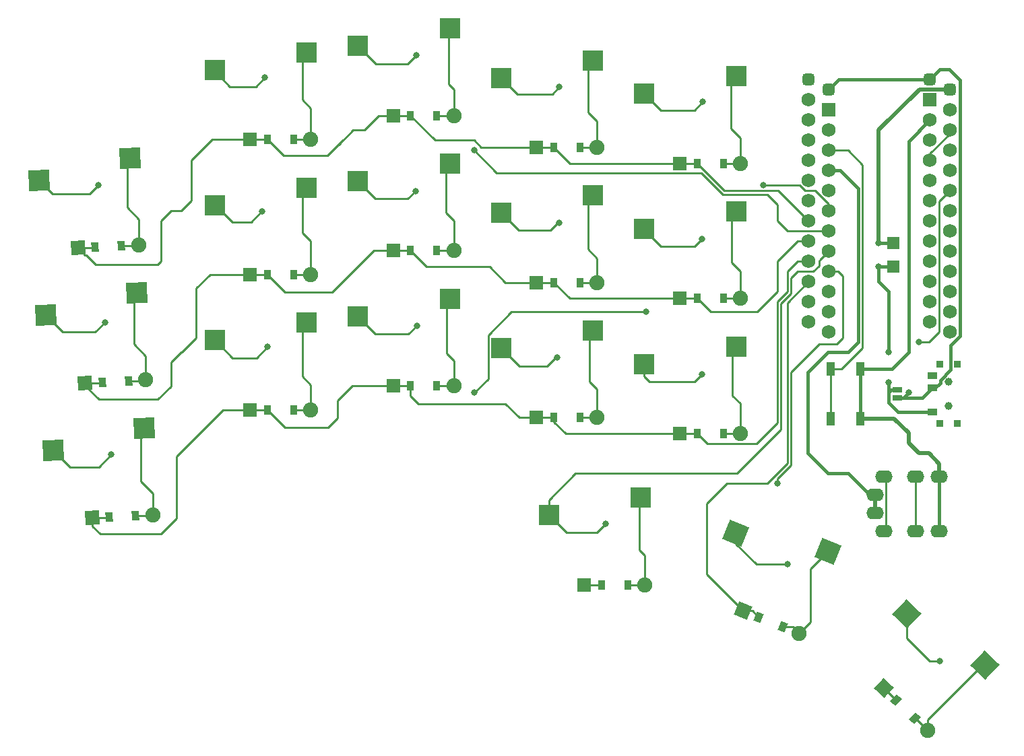
<source format=gbr>
%TF.GenerationSoftware,KiCad,Pcbnew,(6.0.4-0)*%
%TF.CreationDate,2022-05-03T20:10:54+08:00*%
%TF.ProjectId,board,626f6172-642e-46b6-9963-61645f706362,v1.0.0*%
%TF.SameCoordinates,Original*%
%TF.FileFunction,Copper,L1,Top*%
%TF.FilePolarity,Positive*%
%FSLAX46Y46*%
G04 Gerber Fmt 4.6, Leading zero omitted, Abs format (unit mm)*
G04 Created by KiCad (PCBNEW (6.0.4-0)) date 2022-05-03 20:10:54*
%MOMM*%
%LPD*%
G01*
G04 APERTURE LIST*
G04 Aperture macros list*
%AMRoundRect*
0 Rectangle with rounded corners*
0 $1 Rounding radius*
0 $2 $3 $4 $5 $6 $7 $8 $9 X,Y pos of 4 corners*
0 Add a 4 corners polygon primitive as box body*
4,1,4,$2,$3,$4,$5,$6,$7,$8,$9,$2,$3,0*
0 Add four circle primitives for the rounded corners*
1,1,$1+$1,$2,$3*
1,1,$1+$1,$4,$5*
1,1,$1+$1,$6,$7*
1,1,$1+$1,$8,$9*
0 Add four rect primitives between the rounded corners*
20,1,$1+$1,$2,$3,$4,$5,0*
20,1,$1+$1,$4,$5,$6,$7,0*
20,1,$1+$1,$6,$7,$8,$9,0*
20,1,$1+$1,$8,$9,$2,$3,0*%
%AMRotRect*
0 Rectangle, with rotation*
0 The origin of the aperture is its center*
0 $1 length*
0 $2 width*
0 $3 Rotation angle, in degrees counterclockwise*
0 Add horizontal line*
21,1,$1,$2,0,0,$3*%
G04 Aperture macros list end*
%TA.AperFunction,SMDPad,CuDef*%
%ADD10R,0.900000X0.900000*%
%TD*%
%TA.AperFunction,WasherPad*%
%ADD11C,1.000000*%
%TD*%
%TA.AperFunction,SMDPad,CuDef*%
%ADD12R,1.250000X0.900000*%
%TD*%
%TA.AperFunction,SMDPad,CuDef*%
%ADD13R,1.100000X1.800000*%
%TD*%
%TA.AperFunction,ComponentPad*%
%ADD14C,1.905000*%
%TD*%
%TA.AperFunction,SMDPad,CuDef*%
%ADD15R,0.900000X1.200000*%
%TD*%
%TA.AperFunction,ComponentPad*%
%ADD16R,1.778000X1.778000*%
%TD*%
%TA.AperFunction,SMDPad,CuDef*%
%ADD17RotRect,0.900000X1.200000X338.000000*%
%TD*%
%TA.AperFunction,ComponentPad*%
%ADD18RotRect,1.778000X1.778000X338.000000*%
%TD*%
%TA.AperFunction,SMDPad,CuDef*%
%ADD19RotRect,2.600000X2.600000X3.000000*%
%TD*%
%TA.AperFunction,SMDPad,CuDef*%
%ADD20R,1.500000X1.500000*%
%TD*%
%TA.AperFunction,SMDPad,CuDef*%
%ADD21R,2.600000X2.600000*%
%TD*%
%TA.AperFunction,SMDPad,CuDef*%
%ADD22R,1.143000X0.635000*%
%TD*%
%TA.AperFunction,SMDPad,CuDef*%
%ADD23RotRect,0.900000X1.200000X316.000000*%
%TD*%
%TA.AperFunction,ComponentPad*%
%ADD24RotRect,1.778000X1.778000X316.000000*%
%TD*%
%TA.AperFunction,ComponentPad*%
%ADD25R,1.752600X1.752600*%
%TD*%
%TA.AperFunction,ComponentPad*%
%ADD26C,1.752600*%
%TD*%
%TA.AperFunction,ComponentPad*%
%ADD27RoundRect,0.375000X-0.375000X-0.375000X0.375000X-0.375000X0.375000X0.375000X-0.375000X0.375000X0*%
%TD*%
%TA.AperFunction,SMDPad,CuDef*%
%ADD28RotRect,0.900000X1.200000X3.000000*%
%TD*%
%TA.AperFunction,ComponentPad*%
%ADD29RotRect,1.778000X1.778000X3.000000*%
%TD*%
%TA.AperFunction,ComponentPad*%
%ADD30O,2.200000X1.600000*%
%TD*%
%TA.AperFunction,SMDPad,CuDef*%
%ADD31RotRect,2.600000X2.600000X338.000000*%
%TD*%
%TA.AperFunction,SMDPad,CuDef*%
%ADD32RotRect,2.600000X2.600000X316.000000*%
%TD*%
%TA.AperFunction,ViaPad*%
%ADD33C,0.800000*%
%TD*%
%TA.AperFunction,Conductor*%
%ADD34C,0.250000*%
%TD*%
%TA.AperFunction,Conductor*%
%ADD35C,0.500000*%
%TD*%
%TA.AperFunction,Conductor*%
%ADD36C,0.400000*%
%TD*%
G04 APERTURE END LIST*
D10*
%TO.P,T1,*%
%TO.N,*%
X142370000Y-76230000D03*
X144570000Y-76230000D03*
X142370000Y-68830000D03*
X144570000Y-68830000D03*
D11*
X143470000Y-71030000D03*
X143470000Y-74030000D03*
D12*
%TO.P,T1,1*%
%TO.N,Braw*%
X141395000Y-74780000D03*
%TO.P,T1,2*%
%TO.N,Bplus*%
X141395000Y-71780000D03*
%TO.P,T1,3*%
%TO.N,N/C*%
X141395000Y-70280000D03*
%TD*%
D13*
%TO.P,B1,1*%
%TO.N,GND*%
X132320000Y-69430000D03*
X132320000Y-75630000D03*
%TO.P,B1,2*%
%TO.N,RST*%
X128620000Y-69430000D03*
X128620000Y-75630000D03*
%TD*%
D14*
%TO.P,D14,1*%
%TO.N,inner_home*%
X117280000Y-60530000D03*
D15*
%TO.N,P5*%
X111820000Y-60530000D03*
D16*
%TO.P,D14,2*%
X109660000Y-60530000D03*
D15*
%TO.N,inner_home*%
X115120000Y-60530000D03*
%TD*%
D14*
%TO.P,D17,1*%
%TO.N,home_thumb*%
X124645407Y-102650143D03*
D17*
%TO.N,P7*%
X119582984Y-100604791D03*
%TO.P,D17,2*%
%TO.N,home_thumb*%
X122642690Y-101840993D03*
D18*
%TO.N,P7*%
X117580267Y-99795641D03*
%TD*%
D14*
%TO.P,D15,1*%
%TO.N,inner_top*%
X117280000Y-43530000D03*
D15*
%TO.N,P4*%
X111820000Y-43530000D03*
%TO.P,D15,2*%
%TO.N,inner_top*%
X115120000Y-43530000D03*
D16*
%TO.N,P4*%
X109660000Y-43530000D03*
%TD*%
D19*
%TO.P,S1,1*%
%TO.N,pinky_bottom*%
X42329113Y-76833197D03*
%TO.P,S1,2*%
%TO.N,P20*%
X30910081Y-79634662D03*
%TD*%
D20*
%TO.P,PAD1,1*%
%TO.N,Braw*%
X136470000Y-56530000D03*
%TD*%
D21*
%TO.P,S11,1*%
%TO.N,index_home*%
X98745000Y-47580000D03*
%TO.P,S11,2*%
%TO.N,P15*%
X87195000Y-49780000D03*
%TD*%
D22*
%TO.P,J2,1*%
%TO.N,Braw*%
X136970000Y-72029620D03*
%TO.P,J2,2*%
%TO.N,Bplus*%
X136970000Y-73030380D03*
%TD*%
D23*
%TO.P,D18,1*%
%TO.N,P7*%
X136848108Y-111066099D03*
D14*
%TO.N,far_thumb*%
X140775704Y-114858933D03*
D23*
%TO.P,D18,2*%
X139221930Y-113358471D03*
D24*
%TO.N,P7*%
X135294334Y-109565637D03*
%TD*%
D21*
%TO.P,S7,1*%
%TO.N,middle_bottom*%
X80745000Y-60580000D03*
%TO.P,S7,2*%
%TO.N,P18*%
X69195000Y-62780000D03*
%TD*%
%TO.P,S13,1*%
%TO.N,inner_bottom*%
X116745000Y-66580000D03*
%TO.P,S13,2*%
%TO.N,P14*%
X105195000Y-68780000D03*
%TD*%
D25*
%TO.P,MCU2,1*%
%TO.N,RAW*%
X128350000Y-36810000D03*
D26*
%TO.P,MCU2,2*%
%TO.N,GND*%
X128350000Y-39350000D03*
%TO.P,MCU2,3*%
%TO.N,RST*%
X128350000Y-41890000D03*
%TO.P,MCU2,4*%
%TO.N,VCC*%
X128350000Y-44430000D03*
%TO.P,MCU2,5*%
%TO.N,P21*%
X128350000Y-46970000D03*
%TO.P,MCU2,6*%
%TO.N,P20*%
X128350000Y-49510000D03*
%TO.P,MCU2,7*%
%TO.N,P19*%
X128350000Y-52050000D03*
%TO.P,MCU2,8*%
%TO.N,P18*%
X128350000Y-54590000D03*
%TO.P,MCU2,9*%
%TO.N,P15*%
X128350000Y-57130000D03*
%TO.P,MCU2,10*%
%TO.N,P14*%
X128350000Y-59670000D03*
%TO.P,MCU2,11*%
%TO.N,P16*%
X128350000Y-62210000D03*
%TO.P,MCU2,12*%
%TO.N,P10*%
X128350000Y-64750000D03*
%TO.P,MCU2,13*%
%TO.N,P1*%
X143590000Y-36810000D03*
%TO.P,MCU2,14*%
%TO.N,VCC*%
X143590000Y-39350000D03*
%TO.P,MCU2,15*%
%TO.N,GND*%
X143590000Y-41890000D03*
%TO.P,MCU2,16*%
X143590000Y-44430000D03*
%TO.P,MCU2,17*%
%TO.N,P2*%
X143590000Y-46970000D03*
%TO.P,MCU2,18*%
%TO.N,P3*%
X143590000Y-49510000D03*
%TO.P,MCU2,19*%
%TO.N,P4*%
X143590000Y-52050000D03*
%TO.P,MCU2,20*%
%TO.N,P5*%
X143590000Y-54590000D03*
%TO.P,MCU2,21*%
%TO.N,P6*%
X143590000Y-57130000D03*
%TO.P,MCU2,22*%
%TO.N,P7*%
X143590000Y-59670000D03*
%TO.P,MCU2,23*%
%TO.N,P8*%
X143590000Y-62210000D03*
%TO.P,MCU2,24*%
%TO.N,P9*%
X143590000Y-64750000D03*
D27*
%TO.P,MCU2,25*%
%TO.N,Bminus*%
X143590000Y-34270000D03*
%TO.N,Bplus*%
X128350000Y-34270000D03*
%TD*%
D28*
%TO.P,D1,1*%
%TO.N,P6*%
X37980615Y-88025945D03*
D14*
%TO.N,pinky_bottom*%
X43433133Y-87740191D03*
D29*
%TO.P,D1,2*%
%TO.N,P6*%
X35823575Y-88138991D03*
D28*
%TO.N,pinky_bottom*%
X41276093Y-87853237D03*
%TD*%
D21*
%TO.P,S8,1*%
%TO.N,middle_home*%
X80745000Y-43580000D03*
%TO.P,S8,2*%
%TO.N,P18*%
X69195000Y-45780000D03*
%TD*%
%TO.P,S10,1*%
%TO.N,index_bottom*%
X98745000Y-64580000D03*
%TO.P,S10,2*%
%TO.N,P15*%
X87195000Y-66780000D03*
%TD*%
D14*
%TO.P,D16,1*%
%TO.N,near_thumb*%
X105280000Y-96530000D03*
D15*
%TO.N,P7*%
X99820000Y-96530000D03*
%TO.P,D16,2*%
%TO.N,near_thumb*%
X103120000Y-96530000D03*
D16*
%TO.N,P7*%
X97660000Y-96530000D03*
%TD*%
D21*
%TO.P,S6,1*%
%TO.N,ring_top*%
X62745000Y-29580000D03*
%TO.P,S6,2*%
%TO.N,P19*%
X51195000Y-31780000D03*
%TD*%
D28*
%TO.P,D3,1*%
%TO.N,P4*%
X36201192Y-54072540D03*
D14*
%TO.N,pinky_top*%
X41653710Y-53786786D03*
D28*
%TO.P,D3,2*%
X39496670Y-53899832D03*
D29*
%TO.N,P4*%
X34044152Y-54185586D03*
%TD*%
D21*
%TO.P,S9,1*%
%TO.N,middle_top*%
X80745000Y-26580000D03*
%TO.P,S9,2*%
%TO.N,P18*%
X69195000Y-28780000D03*
%TD*%
%TO.P,S15,1*%
%TO.N,inner_top*%
X116745000Y-32580000D03*
%TO.P,S15,2*%
%TO.N,P14*%
X105195000Y-34780000D03*
%TD*%
D14*
%TO.P,D6,1*%
%TO.N,ring_top*%
X63280000Y-40530000D03*
D15*
%TO.N,P4*%
X57820000Y-40530000D03*
%TO.P,D6,2*%
%TO.N,ring_top*%
X61120000Y-40530000D03*
D16*
%TO.N,P4*%
X55660000Y-40530000D03*
%TD*%
D21*
%TO.P,S5,1*%
%TO.N,ring_home*%
X62745000Y-46580000D03*
%TO.P,S5,2*%
%TO.N,P19*%
X51195000Y-48780000D03*
%TD*%
D15*
%TO.P,D9,1*%
%TO.N,P4*%
X75820000Y-37530000D03*
D14*
%TO.N,middle_top*%
X81280000Y-37530000D03*
D16*
%TO.P,D9,2*%
%TO.N,P4*%
X73660000Y-37530000D03*
D15*
%TO.N,middle_top*%
X79120000Y-37530000D03*
%TD*%
D14*
%TO.P,D2,1*%
%TO.N,pinky_home*%
X42543422Y-70763489D03*
D28*
%TO.N,P5*%
X37090904Y-71049243D03*
%TO.P,D2,2*%
%TO.N,pinky_home*%
X40386382Y-70876535D03*
D29*
%TO.N,P5*%
X34933864Y-71162289D03*
%TD*%
D27*
%TO.P,MCU1,25*%
%TO.N,Bplus*%
X141090000Y-33020000D03*
%TO.N,Bminus*%
X125850000Y-33020000D03*
D26*
%TO.P,MCU1,24*%
%TO.N,P9*%
X125850000Y-63500000D03*
%TO.P,MCU1,23*%
%TO.N,P8*%
X125850000Y-60960000D03*
%TO.P,MCU1,22*%
%TO.N,P7*%
X125850000Y-58420000D03*
%TO.P,MCU1,21*%
%TO.N,P6*%
X125850000Y-55880000D03*
%TO.P,MCU1,20*%
%TO.N,P5*%
X125850000Y-53340000D03*
%TO.P,MCU1,19*%
%TO.N,P4*%
X125850000Y-50800000D03*
%TO.P,MCU1,18*%
%TO.N,P3*%
X125850000Y-48260000D03*
%TO.P,MCU1,17*%
%TO.N,P2*%
X125850000Y-45720000D03*
%TO.P,MCU1,16*%
%TO.N,GND*%
X125850000Y-43180000D03*
%TO.P,MCU1,15*%
X125850000Y-40640000D03*
%TO.P,MCU1,14*%
X125850000Y-38100000D03*
%TO.P,MCU1,13*%
%TO.N,P1*%
X125850000Y-35560000D03*
%TO.P,MCU1,12*%
%TO.N,P10*%
X141090000Y-63500000D03*
%TO.P,MCU1,11*%
%TO.N,P16*%
X141090000Y-60960000D03*
%TO.P,MCU1,10*%
%TO.N,P14*%
X141090000Y-58420000D03*
%TO.P,MCU1,9*%
%TO.N,P15*%
X141090000Y-55880000D03*
%TO.P,MCU1,8*%
%TO.N,P18*%
X141090000Y-53340000D03*
%TO.P,MCU1,7*%
%TO.N,P19*%
X141090000Y-50800000D03*
%TO.P,MCU1,6*%
%TO.N,P20*%
X141090000Y-48260000D03*
%TO.P,MCU1,5*%
%TO.N,P21*%
X141090000Y-45720000D03*
%TO.P,MCU1,4*%
%TO.N,VCC*%
X141090000Y-43180000D03*
%TO.P,MCU1,3*%
%TO.N,RST*%
X141090000Y-40640000D03*
%TO.P,MCU1,2*%
%TO.N,GND*%
X141090000Y-38100000D03*
D25*
%TO.P,MCU1,1*%
%TO.N,RAW*%
X141090000Y-35560000D03*
%TD*%
D19*
%TO.P,S2,1*%
%TO.N,pinky_home*%
X41436076Y-59856495D03*
%TO.P,S2,2*%
%TO.N,P20*%
X30017044Y-62657960D03*
%TD*%
D30*
%TO.P,TRRS1,1*%
%TO.N,VCC*%
X134170000Y-87530000D03*
X134170000Y-85230000D03*
%TO.P,TRRS1,2*%
%TO.N,P2*%
X135270000Y-82930000D03*
X135270000Y-89830000D03*
%TO.P,TRRS1,3*%
%TO.N,P3*%
X139270000Y-89830000D03*
X139270000Y-82930000D03*
%TO.P,TRRS1,4*%
%TO.N,GND*%
X142270000Y-89830000D03*
X142270000Y-82930000D03*
%TD*%
D11*
%TO.P,T2,*%
%TO.N,*%
X143470000Y-74030000D03*
X143470000Y-71030000D03*
%TD*%
D21*
%TO.P,S16,1*%
%TO.N,near_thumb*%
X104745000Y-85580000D03*
%TO.P,S16,2*%
%TO.N,P18*%
X93195000Y-87780000D03*
%TD*%
D19*
%TO.P,S3,1*%
%TO.N,pinky_top*%
X40546365Y-42879793D03*
%TO.P,S3,2*%
%TO.N,P20*%
X29127333Y-45681258D03*
%TD*%
D31*
%TO.P,S17,1*%
%TO.N,home_thumb*%
X128251306Y-92297066D03*
%TO.P,S17,2*%
%TO.N,P15*%
X116718198Y-90010164D03*
%TD*%
D15*
%TO.P,D12,1*%
%TO.N,P4*%
X93820000Y-41530000D03*
D14*
%TO.N,index_top*%
X99280000Y-41530000D03*
D16*
%TO.P,D12,2*%
%TO.N,P4*%
X91660000Y-41530000D03*
D15*
%TO.N,index_top*%
X97120000Y-41530000D03*
%TD*%
%TO.P,D8,1*%
%TO.N,P5*%
X75820000Y-54530000D03*
D14*
%TO.N,middle_home*%
X81280000Y-54530000D03*
D16*
%TO.P,D8,2*%
%TO.N,P5*%
X73660000Y-54530000D03*
D15*
%TO.N,middle_home*%
X79120000Y-54530000D03*
%TD*%
%TO.P,D13,1*%
%TO.N,P6*%
X111820000Y-77530000D03*
D14*
%TO.N,inner_bottom*%
X117280000Y-77530000D03*
D16*
%TO.P,D13,2*%
%TO.N,P6*%
X109660000Y-77530000D03*
D15*
%TO.N,inner_bottom*%
X115120000Y-77530000D03*
%TD*%
D21*
%TO.P,S4,1*%
%TO.N,ring_bottom*%
X62745000Y-63580000D03*
%TO.P,S4,2*%
%TO.N,P19*%
X51195000Y-65780000D03*
%TD*%
D15*
%TO.P,D10,1*%
%TO.N,P6*%
X93820000Y-75530000D03*
D14*
%TO.N,index_bottom*%
X99280000Y-75530000D03*
D15*
%TO.P,D10,2*%
X97120000Y-75530000D03*
D16*
%TO.N,P6*%
X91660000Y-75530000D03*
%TD*%
D15*
%TO.P,D5,1*%
%TO.N,P5*%
X57820000Y-57530000D03*
D14*
%TO.N,ring_home*%
X63280000Y-57530000D03*
D16*
%TO.P,D5,2*%
%TO.N,P5*%
X55660000Y-57530000D03*
D15*
%TO.N,ring_home*%
X61120000Y-57530000D03*
%TD*%
%TO.P,D7,1*%
%TO.N,P6*%
X75820000Y-71530000D03*
D14*
%TO.N,middle_bottom*%
X81280000Y-71530000D03*
D16*
%TO.P,D7,2*%
%TO.N,P6*%
X73660000Y-71530000D03*
D15*
%TO.N,middle_bottom*%
X79120000Y-71530000D03*
%TD*%
D21*
%TO.P,S14,1*%
%TO.N,inner_home*%
X116745000Y-49580000D03*
%TO.P,S14,2*%
%TO.N,P14*%
X105195000Y-51780000D03*
%TD*%
D15*
%TO.P,D11,1*%
%TO.N,P5*%
X93820000Y-58530000D03*
D14*
%TO.N,index_home*%
X99280000Y-58530000D03*
D16*
%TO.P,D11,2*%
%TO.N,P5*%
X91660000Y-58530000D03*
D15*
%TO.N,index_home*%
X97120000Y-58530000D03*
%TD*%
D32*
%TO.P,S18,1*%
%TO.N,far_thumb*%
X147997366Y-106610520D03*
%TO.P,S18,2*%
%TO.N,P14*%
X138160743Y-100169764D03*
%TD*%
D20*
%TO.P,PAD2,1*%
%TO.N,Bminus*%
X136470000Y-53530000D03*
%TD*%
D21*
%TO.P,S12,1*%
%TO.N,index_top*%
X98745000Y-30580000D03*
%TO.P,S12,2*%
%TO.N,P15*%
X87195000Y-32780000D03*
%TD*%
D14*
%TO.P,D4,1*%
%TO.N,ring_bottom*%
X63280000Y-74530000D03*
D15*
%TO.N,P6*%
X57820000Y-74530000D03*
%TO.P,D4,2*%
%TO.N,ring_bottom*%
X61120000Y-74530000D03*
D16*
%TO.N,P6*%
X55660000Y-74530000D03*
%TD*%
D33*
%TO.N,P20*%
X38220967Y-80147570D03*
X37439704Y-63514213D03*
X120185273Y-46265500D03*
X105410000Y-62230000D03*
X36573179Y-46311134D03*
X83820000Y-72390000D03*
%TO.N,P19*%
X57490079Y-32706238D03*
X57198805Y-49570969D03*
X83820000Y-41910000D03*
X57862180Y-66609162D03*
%TO.N,P18*%
X76539361Y-29968268D03*
X76433349Y-47050229D03*
X76591480Y-63943568D03*
X100330000Y-88900000D03*
%TO.N,P15*%
X94255877Y-67943595D03*
X123190000Y-93980000D03*
X94471973Y-51016095D03*
X94510931Y-33958714D03*
X121920000Y-83820000D03*
%TO.N,P14*%
X142353733Y-106165158D03*
X112547071Y-35810884D03*
X112424247Y-53037123D03*
X112453913Y-70049619D03*
%TO.N,P2*%
X139700000Y-66040000D03*
%TO.N,Bplus*%
X138430000Y-72390000D03*
%TO.N,Bminus*%
X134620000Y-53532601D03*
%TO.N,Braw*%
X135890000Y-67310000D03*
X134593053Y-56526721D03*
X135890000Y-71120000D03*
%TD*%
D34*
%TO.N,VCC*%
X143590000Y-39350000D02*
X143590000Y-39838204D01*
X143590000Y-39838204D02*
X141090000Y-42338204D01*
X141090000Y-42338204D02*
X141090000Y-43180000D01*
D35*
%TO.N,GND*%
X139700000Y-80010000D02*
X140970000Y-80010000D01*
X138430000Y-77470000D02*
X138430000Y-78740000D01*
X140970000Y-80010000D02*
X142270000Y-81310000D01*
X138430000Y-78740000D02*
X139700000Y-80010000D01*
X142270000Y-81310000D02*
X142270000Y-82930000D01*
X132320000Y-75630000D02*
X136590000Y-75630000D01*
X136590000Y-75630000D02*
X138430000Y-77470000D01*
D36*
%TO.N,VCC*%
X128350000Y-44430000D02*
X129837500Y-44430000D01*
X129837500Y-44430000D02*
X132080000Y-46672500D01*
X132080000Y-46672500D02*
X132080000Y-66040000D01*
X132080000Y-66040000D02*
X130810000Y-67310000D01*
X125730000Y-80010000D02*
X128270000Y-82550000D01*
X130810000Y-67310000D02*
X128270000Y-67310000D01*
X128270000Y-67310000D02*
X125730000Y-69850000D01*
X128270000Y-82550000D02*
X130810000Y-82550000D01*
X130810000Y-82550000D02*
X133490000Y-85230000D01*
X133490000Y-85230000D02*
X134170000Y-85230000D01*
X125730000Y-69850000D02*
X125730000Y-80010000D01*
D34*
%TO.N,P4*%
X34922363Y-55063797D02*
X35025179Y-55063797D01*
X35025179Y-55063797D02*
X36220583Y-56259201D01*
X45720000Y-49530000D02*
X46990000Y-49530000D01*
X44450000Y-55880000D02*
X44450000Y-50800000D01*
X48260000Y-48260000D02*
X48260000Y-43180000D01*
X34044152Y-54185586D02*
X34922363Y-55063797D01*
X36220583Y-56259201D02*
X44070799Y-56259201D01*
X44070799Y-56259201D02*
X44450000Y-55880000D01*
X44450000Y-50800000D02*
X45720000Y-49530000D01*
X46990000Y-49530000D02*
X48260000Y-48260000D01*
X48260000Y-43180000D02*
X50910000Y-40530000D01*
X50910000Y-40530000D02*
X55660000Y-40530000D01*
D36*
%TO.N,Bminus*%
X134620000Y-53532601D02*
X134622601Y-53530000D01*
X134622601Y-53530000D02*
X136470000Y-53530000D01*
D35*
X134620000Y-53532601D02*
X134641400Y-53511201D01*
X134641400Y-53511201D02*
X134641400Y-39348600D01*
X134641400Y-39348600D02*
X139755811Y-34234189D01*
X139755811Y-34234189D02*
X143554189Y-34234189D01*
X143554189Y-34234189D02*
X143590000Y-34270000D01*
D34*
%TO.N,pinky_bottom*%
X43433133Y-85067151D02*
X43433133Y-87740191D01*
X41910000Y-83544018D02*
X43433133Y-85067151D01*
X42325787Y-76833197D02*
X41910000Y-77248984D01*
X41276093Y-87853237D02*
X43320087Y-87853237D01*
X43320087Y-87853237D02*
X43433133Y-87740191D01*
X41910000Y-77248984D02*
X41910000Y-83544018D01*
%TO.N,P20*%
X83820000Y-72390000D02*
X85570489Y-70639511D01*
X126671796Y-46990000D02*
X128350000Y-48668204D01*
X38220967Y-80147570D02*
X36645098Y-81723439D01*
X120185273Y-46265500D02*
X124697296Y-46265500D01*
X128350000Y-48668204D02*
X128350000Y-49510000D01*
X37439704Y-63514213D02*
X36183917Y-64770000D01*
X124697296Y-46265500D02*
X125421796Y-46990000D01*
X85570489Y-65155489D02*
X88495978Y-62230000D01*
X32995532Y-81723439D02*
X30906755Y-79634662D01*
X88495978Y-62230000D02*
X105410000Y-62230000D01*
X35499934Y-47384379D02*
X30830454Y-47384379D01*
X30830454Y-47384379D02*
X29127333Y-45681258D01*
X36183917Y-64770000D02*
X32129084Y-64770000D01*
X125421796Y-46990000D02*
X126671796Y-46990000D01*
X32129084Y-64770000D02*
X30017044Y-62657960D01*
X36573179Y-46311134D02*
X35499934Y-47384379D01*
X36645098Y-81723439D02*
X32995532Y-81723439D01*
X85570489Y-70639511D02*
X85570489Y-65155489D01*
%TO.N,P6*%
X44450000Y-90170000D02*
X46433679Y-88186321D01*
X36830000Y-90170000D02*
X44450000Y-90170000D01*
X52270518Y-74530000D02*
X55660000Y-74530000D01*
X121920000Y-60960000D02*
X123190000Y-59690000D01*
X123190000Y-59690000D02*
X123190000Y-57150000D01*
X124460000Y-55880000D02*
X125850000Y-55880000D01*
X89500000Y-75530000D02*
X87728205Y-73758205D01*
X66616805Y-75603860D02*
X66616805Y-73400981D01*
X66616805Y-73400981D02*
X68487786Y-71530000D01*
X46433679Y-80366839D02*
X52270518Y-74530000D01*
X119312989Y-78807011D02*
X121920000Y-76200000D01*
X57820000Y-74530000D02*
X60025067Y-76735067D01*
X65485598Y-76735067D02*
X66616805Y-75603860D01*
X123190000Y-57150000D02*
X124460000Y-55880000D01*
X35823575Y-88138991D02*
X35823575Y-89163575D01*
X37867569Y-88138991D02*
X37980615Y-88025945D01*
X93820000Y-76040000D02*
X95310000Y-77530000D01*
X91660000Y-75530000D02*
X89500000Y-75530000D01*
X95310000Y-77530000D02*
X109660000Y-77530000D01*
X109660000Y-77530000D02*
X111820000Y-77530000D01*
X55660000Y-74530000D02*
X57820000Y-74530000D01*
X76797675Y-73758205D02*
X75820000Y-72780530D01*
X68487786Y-71530000D02*
X73660000Y-71530000D01*
X60025067Y-76735067D02*
X65485598Y-76735067D01*
X75820000Y-72780530D02*
X75820000Y-71530000D01*
X35823575Y-89163575D02*
X36830000Y-90170000D01*
X35823575Y-88138991D02*
X37867569Y-88138991D01*
X73660000Y-71530000D02*
X75820000Y-71530000D01*
X91660000Y-75530000D02*
X93820000Y-75530000D01*
X113097011Y-78807011D02*
X119312989Y-78807011D01*
X111820000Y-77530000D02*
X113097011Y-78807011D01*
X46433679Y-88186321D02*
X46433679Y-80366839D01*
X121920000Y-76200000D02*
X121920000Y-60960000D01*
X93820000Y-75530000D02*
X93820000Y-76040000D01*
X87728205Y-73758205D02*
X76797675Y-73758205D01*
%TO.N,pinky_home*%
X41436076Y-59856495D02*
X41048201Y-60244370D01*
X41048201Y-60244370D02*
X41048201Y-66288624D01*
X40386382Y-70876535D02*
X42430376Y-70876535D01*
X42543422Y-67783845D02*
X42543422Y-70763489D01*
X41048201Y-66288624D02*
X42543422Y-67783845D01*
X42430376Y-70876535D02*
X42543422Y-70763489D01*
%TO.N,P5*%
X75820000Y-54530000D02*
X77840967Y-56550967D01*
X124460000Y-53340000D02*
X125850000Y-53340000D01*
X47109452Y-67288729D02*
X48880053Y-65518128D01*
X91660000Y-58530000D02*
X93820000Y-58530000D01*
X71200000Y-54530000D02*
X73660000Y-54530000D01*
X47011271Y-67288729D02*
X47109452Y-67288729D01*
X34933864Y-71162289D02*
X36977858Y-71162289D01*
X50615743Y-57530000D02*
X55660000Y-57530000D01*
X119380000Y-62230000D02*
X121920000Y-59690000D01*
X48880053Y-59265690D02*
X50615743Y-57530000D01*
X45720000Y-71555408D02*
X45720000Y-68580000D01*
X48880053Y-65518128D02*
X48880053Y-59265690D01*
X57820000Y-57530000D02*
X60053671Y-59763671D01*
X55660000Y-57530000D02*
X57820000Y-57530000D01*
X121920000Y-59690000D02*
X121920000Y-55880000D01*
X121920000Y-55880000D02*
X124460000Y-53340000D01*
X34933864Y-71162289D02*
X34933864Y-71491208D01*
X95820000Y-60530000D02*
X93820000Y-58530000D01*
X45720000Y-68580000D02*
X47011271Y-67288729D01*
X109660000Y-60530000D02*
X95820000Y-60530000D01*
X36651835Y-73209179D02*
X44066229Y-73209179D01*
X111820000Y-60530000D02*
X113520000Y-62230000D01*
X36977858Y-71162289D02*
X37090904Y-71049243D01*
X65966329Y-59763671D02*
X71200000Y-54530000D01*
X113520000Y-62230000D02*
X119380000Y-62230000D01*
X77840967Y-56550967D02*
X85760967Y-56550967D01*
X60053671Y-59763671D02*
X65966329Y-59763671D01*
X34933864Y-71491208D02*
X36651835Y-73209179D01*
X85760967Y-56550967D02*
X87740000Y-58530000D01*
X44066229Y-73209179D02*
X45720000Y-71555408D01*
X73660000Y-54530000D02*
X75820000Y-54530000D01*
X87740000Y-58530000D02*
X91660000Y-58530000D01*
X109660000Y-60530000D02*
X111820000Y-60530000D01*
%TO.N,pinky_top*%
X39496670Y-53899832D02*
X41540664Y-53899832D01*
X40185380Y-49093839D02*
X41653710Y-50562169D01*
X41653710Y-50562169D02*
X41653710Y-53786786D01*
X40546365Y-42879793D02*
X40185380Y-43240778D01*
X41540664Y-53899832D02*
X41653710Y-53786786D01*
X40185380Y-43240778D02*
X40185380Y-49093839D01*
%TO.N,P4*%
X65363568Y-42586432D02*
X67310000Y-40640000D01*
X73660000Y-37530000D02*
X75820000Y-37530000D01*
X55660000Y-40530000D02*
X57820000Y-40530000D01*
X66791782Y-41158218D02*
X68580000Y-39370000D01*
X122040000Y-46990000D02*
X125850000Y-50800000D01*
X75820000Y-37530000D02*
X78930000Y-40640000D01*
X55660000Y-40530000D02*
X55770000Y-40530000D01*
X57820000Y-40530000D02*
X59876432Y-42586432D01*
X71848214Y-37530000D02*
X73660000Y-37530000D01*
X91660000Y-41530000D02*
X93820000Y-41530000D01*
X70008214Y-39370000D02*
X71848214Y-37530000D01*
X68580000Y-39370000D02*
X70008214Y-39370000D01*
X83820000Y-40640000D02*
X84710000Y-41530000D01*
X95820000Y-43530000D02*
X109660000Y-43530000D01*
X93820000Y-41530000D02*
X95820000Y-43530000D01*
X34044152Y-54185586D02*
X36088146Y-54185586D01*
X84710000Y-41530000D02*
X91660000Y-41530000D01*
X78930000Y-40640000D02*
X83820000Y-40640000D01*
X115280000Y-46990000D02*
X122040000Y-46990000D01*
X59876432Y-42586432D02*
X65363568Y-42586432D01*
X109660000Y-43530000D02*
X111820000Y-43530000D01*
X111820000Y-43530000D02*
X115280000Y-46990000D01*
X36088146Y-54185586D02*
X36201192Y-54072540D01*
%TO.N,ring_bottom*%
X62230000Y-64095000D02*
X62230000Y-70337268D01*
X61120000Y-74530000D02*
X63280000Y-74530000D01*
X62745000Y-63580000D02*
X62230000Y-64095000D01*
X62230000Y-70337268D02*
X63280000Y-71387268D01*
X63280000Y-71387268D02*
X63280000Y-74530000D01*
%TO.N,P19*%
X121920000Y-50800000D02*
X123170000Y-52050000D01*
X120650000Y-47439520D02*
X121920000Y-48709520D01*
X112397793Y-44743511D02*
X115093803Y-47439520D01*
X57109031Y-49570969D02*
X55777739Y-50902261D01*
X121920000Y-48709520D02*
X121920000Y-50800000D01*
X57490079Y-32706238D02*
X57490079Y-32758937D01*
X123170000Y-52050000D02*
X128350000Y-52050000D01*
X53095146Y-33890146D02*
X51195000Y-31990000D01*
X53444977Y-50902261D02*
X51322716Y-48780000D01*
X56358870Y-33890146D02*
X53095146Y-33890146D01*
X83820000Y-41910000D02*
X86653511Y-44743511D01*
X56445868Y-68025474D02*
X53440474Y-68025474D01*
X57862180Y-66609162D02*
X56445868Y-68025474D01*
X51195000Y-31990000D02*
X51195000Y-31780000D01*
X57198805Y-49570969D02*
X57109031Y-49570969D01*
X51322716Y-48780000D02*
X51195000Y-48780000D01*
X53440474Y-68025474D02*
X51195000Y-65780000D01*
X115093803Y-47439520D02*
X120650000Y-47439520D01*
X86653511Y-44743511D02*
X112397793Y-44743511D01*
X55777739Y-50902261D02*
X53444977Y-50902261D01*
X57490079Y-32758937D02*
X56358870Y-33890146D01*
%TO.N,ring_home*%
X62230000Y-47095000D02*
X62230000Y-52290000D01*
X63280000Y-53340000D02*
X63280000Y-57530000D01*
X61120000Y-57530000D02*
X63280000Y-57530000D01*
X62230000Y-52290000D02*
X63280000Y-53340000D01*
X62745000Y-46580000D02*
X62230000Y-47095000D01*
%TO.N,ring_top*%
X63280000Y-40530000D02*
X61120000Y-40530000D01*
X62230000Y-30095000D02*
X62230000Y-35560000D01*
X62230000Y-35560000D02*
X63280000Y-36610000D01*
X63280000Y-36610000D02*
X63280000Y-40530000D01*
X62745000Y-29580000D02*
X62230000Y-30095000D01*
%TO.N,middle_bottom*%
X81280000Y-68371420D02*
X81280000Y-71530000D01*
X80368175Y-60956825D02*
X80368175Y-67459595D01*
X80745000Y-60580000D02*
X80368175Y-60956825D01*
X80368175Y-67459595D02*
X81280000Y-68371420D01*
X79120000Y-71530000D02*
X81280000Y-71530000D01*
%TO.N,P18*%
X99247781Y-89982219D02*
X100330000Y-88900000D01*
X71415937Y-48000937D02*
X69195000Y-45780000D01*
X127149189Y-56446250D02*
X126445439Y-57150000D01*
X71422839Y-65007839D02*
X69195000Y-62780000D01*
X76591480Y-63943568D02*
X75527209Y-65007839D01*
X95397219Y-89982219D02*
X95921499Y-89982219D01*
X127356602Y-55583398D02*
X127356602Y-55631395D01*
X76539361Y-29968268D02*
X75460248Y-31047381D01*
X123639520Y-57970480D02*
X123639520Y-59876197D01*
X122369520Y-77020480D02*
X116840000Y-82550000D01*
X127356602Y-55631395D02*
X127149189Y-55838808D01*
X116840000Y-82550000D02*
X96520000Y-82550000D01*
X93195000Y-85875000D02*
X93195000Y-87780000D01*
X71462381Y-31047381D02*
X69195000Y-28780000D01*
X128350000Y-54590000D02*
X127356602Y-55583398D01*
X75460248Y-31047381D02*
X71462381Y-31047381D01*
X127149189Y-55838808D02*
X127149189Y-56446250D01*
X75527209Y-65007839D02*
X71422839Y-65007839D01*
X122369520Y-61146198D02*
X122369520Y-77020480D01*
X126445439Y-57150000D02*
X124460000Y-57150000D01*
X75482641Y-48000937D02*
X71415937Y-48000937D01*
X123639520Y-59876197D02*
X122369520Y-61146198D01*
X95921499Y-89982219D02*
X99247781Y-89982219D01*
X124460000Y-57150000D02*
X123639520Y-57970480D01*
X76433349Y-47050229D02*
X75482641Y-48000937D01*
X96520000Y-82550000D02*
X93195000Y-85875000D01*
X93195000Y-87780000D02*
X95397219Y-89982219D01*
%TO.N,middle_home*%
X81280000Y-50800000D02*
X81280000Y-54530000D01*
X80745000Y-43580000D02*
X80244915Y-44080085D01*
X79120000Y-54530000D02*
X81280000Y-54530000D01*
X80244915Y-49764915D02*
X81280000Y-50800000D01*
X80244915Y-44080085D02*
X80244915Y-49764915D01*
%TO.N,middle_top*%
X80745000Y-26580000D02*
X80595479Y-26729521D01*
X79120000Y-37530000D02*
X81280000Y-37530000D01*
X80595479Y-26729521D02*
X80595479Y-33605479D01*
X81280000Y-34290000D02*
X81280000Y-37530000D01*
X80595479Y-33605479D02*
X81280000Y-34290000D01*
%TO.N,index_bottom*%
X99280000Y-71949987D02*
X99280000Y-75530000D01*
X98302521Y-70972508D02*
X99280000Y-71949987D01*
X97120000Y-75530000D02*
X99280000Y-75530000D01*
X98302521Y-65022479D02*
X98302521Y-70972508D01*
X98745000Y-64580000D02*
X98302521Y-65022479D01*
%TO.N,P15*%
X93355478Y-68663914D02*
X94075797Y-67943595D01*
X129520000Y-57130000D02*
X128350000Y-57130000D01*
X129387787Y-66250175D02*
X130103667Y-65534295D01*
X130103667Y-57713667D02*
X129520000Y-57130000D01*
X89256935Y-34841935D02*
X87195000Y-32780000D01*
X87195000Y-49780000D02*
X89403526Y-51988526D01*
X93627710Y-34841935D02*
X89256935Y-34841935D01*
X121920000Y-83820000D02*
X121920000Y-83185718D01*
X89403526Y-51988526D02*
X91410617Y-51988526D01*
X116718198Y-91412260D02*
X119285938Y-93980000D01*
X119285938Y-93980000D02*
X123190000Y-93980000D01*
X92959302Y-69060090D02*
X93355478Y-68663914D01*
X123639520Y-81466198D02*
X123639520Y-69775078D01*
X123639520Y-69775078D02*
X127164423Y-66250175D01*
X94327909Y-51016095D02*
X94471973Y-51016095D01*
X94510931Y-33958714D02*
X93627710Y-34841935D01*
X93391494Y-51952510D02*
X94327909Y-51016095D01*
X116718198Y-90010164D02*
X116718198Y-91412260D01*
X90186074Y-69060090D02*
X92959302Y-69060090D01*
X91410617Y-51988526D02*
X93355478Y-51988526D01*
X127164423Y-66250175D02*
X129387787Y-66250175D01*
X93355478Y-51988526D02*
X93391494Y-51952510D01*
X130103667Y-65534295D02*
X130103667Y-57713667D01*
X121920000Y-83185718D02*
X123639520Y-81466198D01*
X89475090Y-69060090D02*
X90186074Y-69060090D01*
X94075797Y-67943595D02*
X94255877Y-67943595D01*
X87195000Y-66780000D02*
X89475090Y-69060090D01*
%TO.N,index_home*%
X99280000Y-55486525D02*
X99280000Y-58530000D01*
X98154232Y-48170768D02*
X98154232Y-54360757D01*
X97120000Y-58530000D02*
X99280000Y-58530000D01*
X98745000Y-47580000D02*
X98154232Y-48170768D01*
X98154232Y-54360757D02*
X99280000Y-55486525D01*
%TO.N,index_top*%
X99280000Y-38238348D02*
X99280000Y-41530000D01*
X97120000Y-41530000D02*
X99280000Y-41530000D01*
X98745000Y-30580000D02*
X98179261Y-31145739D01*
X98179261Y-31145739D02*
X98179261Y-37137609D01*
X98179261Y-37137609D02*
X99280000Y-38238348D01*
%TO.N,inner_bottom*%
X117280000Y-77530000D02*
X115120000Y-77530000D01*
X116745000Y-66580000D02*
X116298497Y-67026503D01*
X117280000Y-73741283D02*
X117280000Y-77530000D01*
X116298497Y-67026503D02*
X116298497Y-72759780D01*
X116298497Y-72759780D02*
X117280000Y-73741283D01*
%TO.N,P14*%
X105195000Y-51780000D02*
X105195000Y-51895491D01*
X105195000Y-51895491D02*
X107268707Y-53969198D01*
X107292195Y-36877195D02*
X105195000Y-34780000D01*
X107268707Y-53969198D02*
X111492172Y-53969198D01*
X138160743Y-100169764D02*
X138160743Y-103256232D01*
X138160743Y-103256232D02*
X141069669Y-106165158D01*
X111492172Y-53969198D02*
X112424247Y-53037123D01*
X111480760Y-36877195D02*
X107292195Y-36877195D01*
X105195000Y-68780000D02*
X105195000Y-70330000D01*
X111543099Y-70960433D02*
X112453913Y-70049619D01*
X105825433Y-70960433D02*
X111543099Y-70960433D01*
X141069669Y-106165158D02*
X142353733Y-106165158D01*
X105195000Y-70330000D02*
X105825433Y-70960433D01*
X112547071Y-35810884D02*
X111480760Y-36877195D01*
%TO.N,inner_home*%
X115120000Y-60530000D02*
X117280000Y-60530000D01*
X116156355Y-56021331D02*
X117280000Y-57144976D01*
X117280000Y-57144976D02*
X117280000Y-60530000D01*
X116745000Y-49580000D02*
X116156355Y-50168645D01*
X116156355Y-50168645D02*
X116156355Y-56021331D01*
%TO.N,inner_top*%
X116113607Y-39171401D02*
X117280000Y-40337794D01*
X116745000Y-32580000D02*
X116113607Y-33211393D01*
X115120000Y-43530000D02*
X117280000Y-43530000D01*
X116113607Y-33211393D02*
X116113607Y-39171401D01*
X117280000Y-40337794D02*
X117280000Y-43530000D01*
%TO.N,near_thumb*%
X104595479Y-85729521D02*
X104595479Y-92126201D01*
X103120000Y-96530000D02*
X105280000Y-96530000D01*
X104745000Y-85580000D02*
X104595479Y-85729521D01*
X105280000Y-92810722D02*
X105280000Y-96530000D01*
X104595479Y-92126201D02*
X105280000Y-92810722D01*
%TO.N,P7*%
X123190000Y-61080000D02*
X123190000Y-81280000D01*
X125850000Y-58420000D02*
X123190000Y-61080000D01*
X115570000Y-83820000D02*
X113030000Y-86360000D01*
X136848108Y-111066099D02*
X136794796Y-111066099D01*
X97660000Y-96530000D02*
X99820000Y-96530000D01*
X113030000Y-95245374D02*
X117580267Y-99795641D01*
X136794796Y-111066099D02*
X135294334Y-109565637D01*
X123190000Y-81280000D02*
X120650000Y-83820000D01*
X120650000Y-83820000D02*
X115570000Y-83820000D01*
X113030000Y-86360000D02*
X113030000Y-95245374D01*
X117580267Y-99795641D02*
X118773834Y-99795641D01*
X118773834Y-99795641D02*
X119582984Y-100604791D01*
%TO.N,home_thumb*%
X122642690Y-101840993D02*
X123836257Y-101840993D01*
X126050602Y-94497770D02*
X126050602Y-101244948D01*
X123836257Y-101840993D02*
X124645407Y-102650143D01*
X128251306Y-92297066D02*
X126050602Y-94497770D01*
X126050602Y-101244948D02*
X124645407Y-102650143D01*
%TO.N,far_thumb*%
X140775704Y-113511895D02*
X147677079Y-106610520D01*
X139221930Y-113358471D02*
X139275242Y-113358471D01*
X139275242Y-113358471D02*
X140775704Y-114858933D01*
X140775704Y-114858933D02*
X140775704Y-113511895D01*
X147677079Y-106610520D02*
X147997366Y-106610520D01*
D36*
%TO.N,GND*%
X132320000Y-69430000D02*
X136310000Y-69430000D01*
X136310000Y-69430000D02*
X138430000Y-67310000D01*
X138430000Y-40760000D02*
X141090000Y-38100000D01*
X132320000Y-69430000D02*
X132320000Y-75630000D01*
X138430000Y-67310000D02*
X138430000Y-40760000D01*
X142270000Y-82930000D02*
X142270000Y-89830000D01*
D34*
%TO.N,RST*%
X129960000Y-69430000D02*
X132604520Y-66785480D01*
X130790000Y-41890000D02*
X128350000Y-41890000D01*
X132604520Y-43704520D02*
X130790000Y-41890000D01*
X128620000Y-69430000D02*
X129960000Y-69430000D01*
X132604520Y-66785480D02*
X132604520Y-43704520D01*
X128620000Y-69430000D02*
X128620000Y-75630000D01*
D35*
%TO.N,VCC*%
X134170000Y-85230000D02*
X134170000Y-87530000D01*
D34*
%TO.N,P2*%
X135594520Y-89505480D02*
X135270000Y-89830000D01*
X135270000Y-82930000D02*
X135594520Y-83254520D01*
X142290811Y-64719189D02*
X142290811Y-48269189D01*
X135594520Y-83254520D02*
X135594520Y-89505480D01*
X140970000Y-66040000D02*
X142290811Y-64719189D01*
X139700000Y-66040000D02*
X140970000Y-66040000D01*
X142290811Y-48269189D02*
X143590000Y-46970000D01*
%TO.N,P3*%
X139270000Y-82930000D02*
X139270000Y-89830000D01*
D36*
%TO.N,Bplus*%
X142360000Y-31750000D02*
X141090000Y-33020000D01*
X141769022Y-71780000D02*
X142419511Y-71129511D01*
X144865811Y-33105811D02*
X143510000Y-31750000D01*
X143720489Y-69507395D02*
X143720489Y-66423781D01*
X140144620Y-73030380D02*
X136970000Y-73030380D01*
X143720489Y-66423781D02*
X144865811Y-65278459D01*
X141395000Y-71780000D02*
X141769022Y-71780000D01*
X141395000Y-71780000D02*
X140144620Y-73030380D01*
X141090000Y-33020000D02*
X129600000Y-33020000D01*
X142419511Y-71129511D02*
X142419511Y-70808373D01*
X144865811Y-65278459D02*
X144865811Y-33105811D01*
X129600000Y-33020000D02*
X128350000Y-34270000D01*
X137789620Y-73030380D02*
X136970000Y-73030380D01*
X138430000Y-72390000D02*
X137789620Y-73030380D01*
X143510000Y-31750000D02*
X142360000Y-31750000D01*
X142419511Y-70808373D02*
X143720489Y-69507395D01*
%TO.N,Braw*%
X135890000Y-72390000D02*
X135890000Y-71120000D01*
X136970000Y-72029620D02*
X136250380Y-72029620D01*
X134596332Y-56530000D02*
X134593053Y-56526721D01*
X135890000Y-59690000D02*
X135890000Y-67310000D01*
X134593053Y-56526721D02*
X134593053Y-58393053D01*
X137050598Y-74780000D02*
X141395000Y-74780000D01*
X136470000Y-56530000D02*
X134596332Y-56530000D01*
X135890000Y-73619402D02*
X137050598Y-74780000D01*
X134593053Y-58393053D02*
X135890000Y-59690000D01*
X136250380Y-72029620D02*
X135890000Y-72390000D01*
X135890000Y-72390000D02*
X135890000Y-73619402D01*
%TD*%
M02*

</source>
